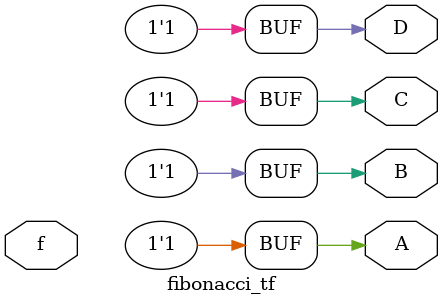
<source format=v>
`timescale 1 ns / 1 ps

module fibonacci_tf(A, B, C, D, f);

input f;
output A;
reg A;
output B;
reg B;
output C;
reg C;
output D;
reg D;

reg passed;

initial begin
	passed = 1;
	A = 0; B = 0; C = 0; D = 1;
	#10
	if (f !== 1) begin
		if (f === 1'bx)
			$display("Error: x detected for case 1");
		else if (f === 1'bz)
			$display("Error: z detected for case 1");
		else 
			$display("Error: didn't detect 1 as a fibonacci");
		passed = 0;
	end
 
	A = 0; B = 0; C = 1; D = 0;
	#10
	if (f !== 1) begin
 		if (f === 1'bx)
  			$display("Error: x detected for case 2");
		else if (f === 1'bz)
			$display("Error: z detected for case 2");
		else 
			$display("Error: didn't detect 2 as a fibonacci");
		passed = 0;
	end
 
	A = 0; B = 0; C = 1; D = 1;
	#10
	if (f !== 1) begin
		if (f === 1'bx)
			$display("Error: x detected for case 3");
		else if (f === 1'bz)
			$display("Error: z detected for case 3");
		else 
			$display("Error: didn't detect 3 as a fibonacci");
		passed = 0;
	end
 
	A = 0; B = 1; C = 0; D = 0;
	#10
	if (f !== 0) begin
		if (f === 1'bx)
			$display("Error: x detected for case 4");
		else if (f === 1'bz)
			$display("Error: z detected for case 4");
		else 
			$display("Error: detected 4 as a fibonacci");
		passed = 0;
	end
 
	A = 0; B = 1; C = 0; D = 1;
	#10
	if (f !== 1) begin
		if (f === 1'bx)
			$display("Error: x detected for case 5");
		else if (f === 1'bz)
			$display("Error: z detected for case 5");
		else 
			$display("Error: didn't detect 5 as a fibonacci");
		passed = 0;
	end
 
	A = 0; B = 1; C = 1; D = 0;
	#10
	if (f !== 0) begin
		if (f === 1'bx)
			$display("Error: x detected for case 6");
 	else if (f === 1'bz)
			$display("Error: z detected for case 6");
		else 
			$display("Error: detected 6 as a fibonacci");
		passed = 0;
	end
 
	A = 0; B = 1; C = 1; D = 1;
	#10
	if (f !== 0) begin
		if (f === 1'bx)
			$display("Error: x detected for case 7");
		else if (f === 1'bz)
			$display("Error: z detected for case 7");
		else 
			$display("Error: detected 7 as a fibonacci");
		passed = 0;
	end
 
	A = 1; B = 0; C = 0; D = 0;
	#10
	if (f !== 1) begin
		if (f === 1'bx)
			$display("Error: x detected for case 8");
		else if (f === 1'bz)
			$display("Error: z detected for case 8");
		else 
			$display("Error: didn't detect 8 as a fibonacci");
		passed = 0;
	end
 
	A = 1; B = 0; C = 0; D = 1;
	#10
	if (f !== 0) begin
		if (f === 1'bx)
			$display("Error: x detected for case 9");
		else if (f === 1'bz)
			$display("Error: z detected for case 9");
		else 
			$display("Error: detected 9 as a fibonacci");
		passed = 0;
	end
 
	A = 1; B = 0; C = 1; D = 0;
	#10
	if (f !== 0) begin
		if (f === 1'bx)
			$display("Error: x detected for case 10");
		else if (f === 1'bz)
			$display("Error: z detected for case 10");
		else 
			$display("Error: detected 10 as a fibonacci");
		passed = 0;
	end
 
	A = 1; B = 0; C = 1; D = 1;
	#10
	if (f !== 0) begin
		if (f === 1'bx)
			$display("Error: x detected for case 11");
		else if (f === 1'bz)
			$display("Error: z detected for case 11");
		else 
			$display("Error: detected 11 as a fibonacci");
		passed = 0;
	end
 
	A = 1; B = 1; C = 0; D = 0;
	#10
	if (f !== 0) begin
		if (f === 1'bx)
			$display("Error: x detected for case 12");
		else if (f === 1'bz)
			$display("Error: z detected for case 12");
		else 
			$display("Error: detected 12 as a fibonacci");
		passed = 0;
	end
 
	A = 1; B = 1; C = 0; D = 1;
	#10
	if (f !== 1) begin
		if (f === 1'bx)
			$display("Error: x detected for case 13");
		else if (f === 1'bz)
			$display("Error: z detected for case 13");
		else 
			$display("Error: didn't detect 13 as a fibonacci");
		passed = 0;
	end

	A = 1; B = 1; C = 1; D = 0;
	#10
	if (f !== 0) begin
		if (f === 1'bx)
			$display("Error: x detected for case 14");
		else if (f === 1'bz)
			$display("Error: z detected for case 14");
		else 
			$display("Error: detected 14 as a fibonacci");
		passed = 0;
	end
 
	A = 1; B = 1; C = 1; D = 1;
	#10
	if (f !== 0) begin
		if (f === 1'bx)
			$display("Error: x detected for case 15");
		else if (f === 1'bz)
			$display("Error: z detected for case 15");
		else 
			$display("Error: detected 15 as a fibonacci");
		passed = 0;
	end
 
	if (passed)
		$display("Test	passed");
	else
		$display("Test failed");
 
end

//}}	end of automatically maintained section

// -- Enter your statements here -- //

endmodule

</source>
